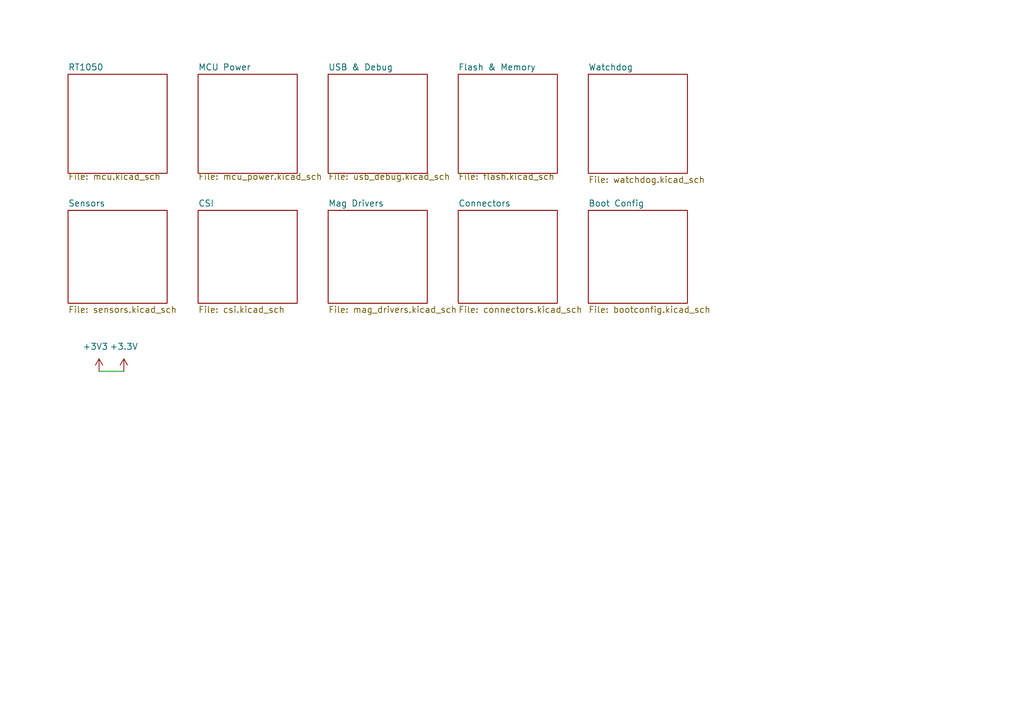
<source format=kicad_sch>
(kicad_sch (version 20250114) (generator "eeschema") (generator_version "9.0")
  (paper "A5")
  (title_block (title "Payload Board for Pleiades Atlas") (rev "v0.2") (company "Northeastern University") (comment 1 "Designed by Madhav Kapa"))
  (lib_symbols
    (symbol "power:+3.3V" (power) (pin_numbers (hide yes)) (pin_names (offset 0) (hide yes))
      (property "Value" "+3.3V" (at 0 3.556 0))
      (symbol "+3.3V_0_1"
        (polyline (pts (xy -0.762 1.27) (xy 0 2.54)))
        (polyline (pts (xy 0 2.54) (xy 0.762 1.27)))
        (polyline (pts (xy 0 0) (xy 0 2.54)))
      )
      (symbol "+3.3V_1_1"
        (pin power_in line (at 0 0 90) (length 0) (name "~") (number "1"))
      )
    )
    (symbol "power:+3V3" (power) (pin_numbers (hide yes)) (pin_names (offset 0) (hide yes))
      (property "Value" "+3V3" (at 0 3.556 0))
      (symbol "+3V3_0_1"
        (polyline (pts (xy -0.762 1.27) (xy 0 2.54)))
        (polyline (pts (xy 0 2.54) (xy 0.762 1.27)))
        (polyline (pts (xy 0 0) (xy 0 2.54)))
      )
      (symbol "+3V3_1_1"
        (pin power_in line (at 0 0 90) (length 0) (name "~") (number "1"))
      )
    )
  )
  (wire (pts (xy 20.32 76.2) (xy 25.4 76.2)))
  (symbol (lib_id "power:+3.3V") (at 25.4 76.2 0) (unit 1)
    (property "Reference" "#PWR0120" (effects (hide yes)))
    (property "Value" "+3.3V" (at 25.4 71.12 0))
    (property "Description" "Power symbol creates a global label with name \"+3.3V\"" (effects (hide yes)))
  )
  (symbol (lib_id "power:+3V3") (at 20.32 76.2 0) (unit 1)
    (property "Reference" "#PWR0119" (effects (hide yes)))
    (property "Value" "+3V3" (at 19.558 71.12 0))
    (property "Description" "Power symbol creates a global label with name \"+3V3\"" (effects (hide yes)))
  )
  (sheet (at 67.31 43.18) (size 20.32 19.05) (stroke (width 0.1524))
    (property "Sheetname" "Mag Drivers" (at 67.31 42.4684 0) (effects (justify left bottom)))
    (property "Sheetfile" "mag_drivers.kicad_sch" (at 67.31 62.8146 0) (effects (justify left top)))
  )
  (sheet (at 13.97 43.18) (size 20.32 19.05) (stroke (width 0.1524))
    (property "Sheetname" "Sensors" (at 13.97 42.4684 0) (effects (justify left bottom)))
    (property "Sheetfile" "sensors.kicad_sch" (at 13.97 62.8146 0) (effects (justify left top)))
  )
  (sheet (at 120.65 15.24) (size 20.32 20.32) (stroke (width 0.1524))
    (property "Sheetname" "Watchdog" (at 120.65 14.5284 0) (effects (justify left bottom)))
    (property "Sheetfile" "watchdog.kicad_sch" (at 120.65 36.1446 0) (effects (justify left top)))
  )
  (sheet (at 93.98 15.24) (size 20.32 20.32) (stroke (width 0.1524))
    (property "Sheetname" "Flash & Memory" (at 93.98 14.5284 0) (effects (justify left bottom)))
    (property "Sheetfile" "flash.kicad_sch" (at 93.98 35.5096 0) (effects (justify left top)))
  )
  (sheet (at 93.98 43.18) (size 20.32 19.05) (stroke (width 0.1524))
    (property "Sheetname" "Connectors" (at 93.98 42.4684 0) (effects (justify left bottom)))
    (property "Sheetfile" "connectors.kicad_sch" (at 93.98 62.8146 0) (effects (justify left top)))
  )
  (sheet (at 120.65 43.18) (size 20.32 19.05) (stroke (width 0.1524))
    (property "Sheetname" "Boot Config" (at 120.65 42.4684 0) (effects (justify left bottom)))
    (property "Sheetfile" "bootconfig.kicad_sch" (at 120.65 62.8146 0) (effects (justify left top)))
  )
  (sheet (at 40.64 43.18) (size 20.32 19.05) (stroke (width 0.1524))
    (property "Sheetname" "CSI" (at 40.64 42.4684 0) (effects (justify left bottom)))
    (property "Sheetfile" "csi.kicad_sch" (at 40.64 62.8146 0) (effects (justify left top)))
  )
  (sheet (at 67.31 15.24) (size 20.32 20.32) (stroke (width 0.1524))
    (property "Sheetname" "USB & Debug" (at 67.31 14.5284 0) (effects (justify left bottom)))
    (property "Sheetfile" "usb_debug.kicad_sch" (at 67.31 35.5096 0) (effects (justify left top)))
  )
  (sheet (at 40.64 15.24) (size 20.32 20.32) (stroke (width 0.1524))
    (property "Sheetname" "MCU Power" (at 40.64 14.5284 0) (effects (justify left bottom)))
    (property "Sheetfile" "mcu_power.kicad_sch" (at 40.64 35.5096 0) (effects (justify left top)))
  )
  (sheet (at 13.97 15.24) (size 20.32 20.32) (stroke (width 0.1524))
    (property "Sheetname" "RT1050" (at 13.97 14.5284 0) (effects (justify left bottom)))
    (property "Sheetfile" "mcu.kicad_sch" (at 13.97 35.5096 0) (effects (justify left top)))
  )
)
</source>
